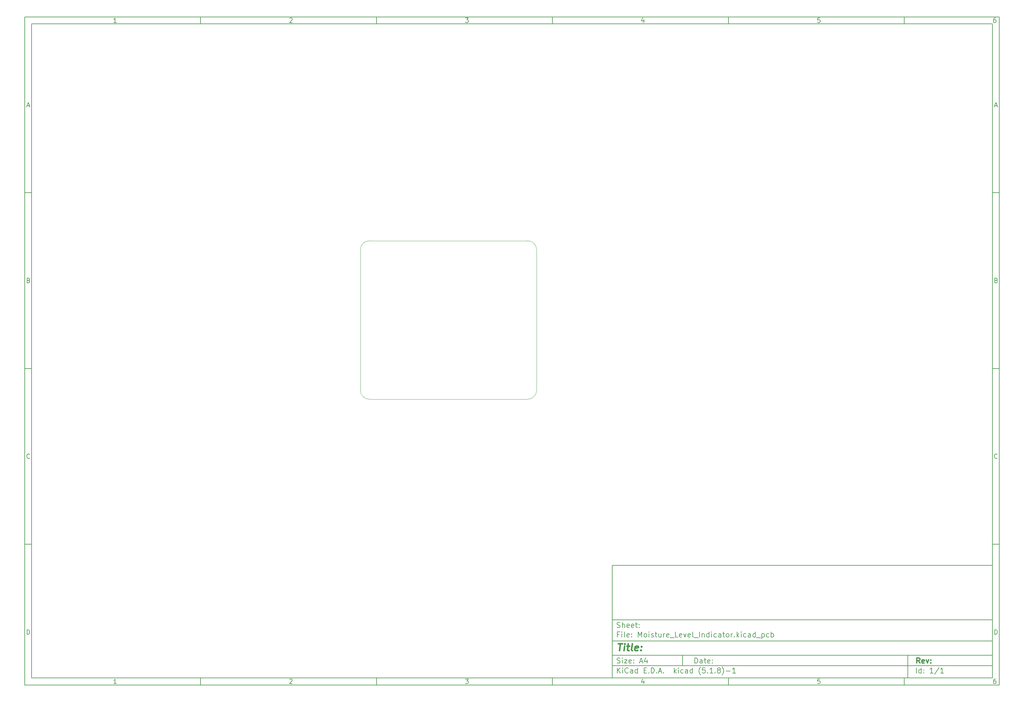
<source format=gm1>
%TF.GenerationSoftware,KiCad,Pcbnew,(5.1.8)-1*%
%TF.CreationDate,2021-07-18T22:50:52-07:00*%
%TF.ProjectId,Moisture_Level_Indicator,4d6f6973-7475-4726-955f-4c6576656c5f,rev?*%
%TF.SameCoordinates,Original*%
%TF.FileFunction,Profile,NP*%
%FSLAX46Y46*%
G04 Gerber Fmt 4.6, Leading zero omitted, Abs format (unit mm)*
G04 Created by KiCad (PCBNEW (5.1.8)-1) date 2021-07-18 22:50:52*
%MOMM*%
%LPD*%
G01*
G04 APERTURE LIST*
%ADD10C,0.100000*%
%ADD11C,0.150000*%
%ADD12C,0.300000*%
%ADD13C,0.400000*%
%TA.AperFunction,Profile*%
%ADD14C,0.050000*%
%TD*%
G04 APERTURE END LIST*
D10*
D11*
X177002200Y-166007200D02*
X177002200Y-198007200D01*
X285002200Y-198007200D01*
X285002200Y-166007200D01*
X177002200Y-166007200D01*
D10*
D11*
X10000000Y-10000000D02*
X10000000Y-200007200D01*
X287002200Y-200007200D01*
X287002200Y-10000000D01*
X10000000Y-10000000D01*
D10*
D11*
X12000000Y-12000000D02*
X12000000Y-198007200D01*
X285002200Y-198007200D01*
X285002200Y-12000000D01*
X12000000Y-12000000D01*
D10*
D11*
X60000000Y-12000000D02*
X60000000Y-10000000D01*
D10*
D11*
X110000000Y-12000000D02*
X110000000Y-10000000D01*
D10*
D11*
X160000000Y-12000000D02*
X160000000Y-10000000D01*
D10*
D11*
X210000000Y-12000000D02*
X210000000Y-10000000D01*
D10*
D11*
X260000000Y-12000000D02*
X260000000Y-10000000D01*
D10*
D11*
X36065476Y-11588095D02*
X35322619Y-11588095D01*
X35694047Y-11588095D02*
X35694047Y-10288095D01*
X35570238Y-10473809D01*
X35446428Y-10597619D01*
X35322619Y-10659523D01*
D10*
D11*
X85322619Y-10411904D02*
X85384523Y-10350000D01*
X85508333Y-10288095D01*
X85817857Y-10288095D01*
X85941666Y-10350000D01*
X86003571Y-10411904D01*
X86065476Y-10535714D01*
X86065476Y-10659523D01*
X86003571Y-10845238D01*
X85260714Y-11588095D01*
X86065476Y-11588095D01*
D10*
D11*
X135260714Y-10288095D02*
X136065476Y-10288095D01*
X135632142Y-10783333D01*
X135817857Y-10783333D01*
X135941666Y-10845238D01*
X136003571Y-10907142D01*
X136065476Y-11030952D01*
X136065476Y-11340476D01*
X136003571Y-11464285D01*
X135941666Y-11526190D01*
X135817857Y-11588095D01*
X135446428Y-11588095D01*
X135322619Y-11526190D01*
X135260714Y-11464285D01*
D10*
D11*
X185941666Y-10721428D02*
X185941666Y-11588095D01*
X185632142Y-10226190D02*
X185322619Y-11154761D01*
X186127380Y-11154761D01*
D10*
D11*
X236003571Y-10288095D02*
X235384523Y-10288095D01*
X235322619Y-10907142D01*
X235384523Y-10845238D01*
X235508333Y-10783333D01*
X235817857Y-10783333D01*
X235941666Y-10845238D01*
X236003571Y-10907142D01*
X236065476Y-11030952D01*
X236065476Y-11340476D01*
X236003571Y-11464285D01*
X235941666Y-11526190D01*
X235817857Y-11588095D01*
X235508333Y-11588095D01*
X235384523Y-11526190D01*
X235322619Y-11464285D01*
D10*
D11*
X285941666Y-10288095D02*
X285694047Y-10288095D01*
X285570238Y-10350000D01*
X285508333Y-10411904D01*
X285384523Y-10597619D01*
X285322619Y-10845238D01*
X285322619Y-11340476D01*
X285384523Y-11464285D01*
X285446428Y-11526190D01*
X285570238Y-11588095D01*
X285817857Y-11588095D01*
X285941666Y-11526190D01*
X286003571Y-11464285D01*
X286065476Y-11340476D01*
X286065476Y-11030952D01*
X286003571Y-10907142D01*
X285941666Y-10845238D01*
X285817857Y-10783333D01*
X285570238Y-10783333D01*
X285446428Y-10845238D01*
X285384523Y-10907142D01*
X285322619Y-11030952D01*
D10*
D11*
X60000000Y-198007200D02*
X60000000Y-200007200D01*
D10*
D11*
X110000000Y-198007200D02*
X110000000Y-200007200D01*
D10*
D11*
X160000000Y-198007200D02*
X160000000Y-200007200D01*
D10*
D11*
X210000000Y-198007200D02*
X210000000Y-200007200D01*
D10*
D11*
X260000000Y-198007200D02*
X260000000Y-200007200D01*
D10*
D11*
X36065476Y-199595295D02*
X35322619Y-199595295D01*
X35694047Y-199595295D02*
X35694047Y-198295295D01*
X35570238Y-198481009D01*
X35446428Y-198604819D01*
X35322619Y-198666723D01*
D10*
D11*
X85322619Y-198419104D02*
X85384523Y-198357200D01*
X85508333Y-198295295D01*
X85817857Y-198295295D01*
X85941666Y-198357200D01*
X86003571Y-198419104D01*
X86065476Y-198542914D01*
X86065476Y-198666723D01*
X86003571Y-198852438D01*
X85260714Y-199595295D01*
X86065476Y-199595295D01*
D10*
D11*
X135260714Y-198295295D02*
X136065476Y-198295295D01*
X135632142Y-198790533D01*
X135817857Y-198790533D01*
X135941666Y-198852438D01*
X136003571Y-198914342D01*
X136065476Y-199038152D01*
X136065476Y-199347676D01*
X136003571Y-199471485D01*
X135941666Y-199533390D01*
X135817857Y-199595295D01*
X135446428Y-199595295D01*
X135322619Y-199533390D01*
X135260714Y-199471485D01*
D10*
D11*
X185941666Y-198728628D02*
X185941666Y-199595295D01*
X185632142Y-198233390D02*
X185322619Y-199161961D01*
X186127380Y-199161961D01*
D10*
D11*
X236003571Y-198295295D02*
X235384523Y-198295295D01*
X235322619Y-198914342D01*
X235384523Y-198852438D01*
X235508333Y-198790533D01*
X235817857Y-198790533D01*
X235941666Y-198852438D01*
X236003571Y-198914342D01*
X236065476Y-199038152D01*
X236065476Y-199347676D01*
X236003571Y-199471485D01*
X235941666Y-199533390D01*
X235817857Y-199595295D01*
X235508333Y-199595295D01*
X235384523Y-199533390D01*
X235322619Y-199471485D01*
D10*
D11*
X285941666Y-198295295D02*
X285694047Y-198295295D01*
X285570238Y-198357200D01*
X285508333Y-198419104D01*
X285384523Y-198604819D01*
X285322619Y-198852438D01*
X285322619Y-199347676D01*
X285384523Y-199471485D01*
X285446428Y-199533390D01*
X285570238Y-199595295D01*
X285817857Y-199595295D01*
X285941666Y-199533390D01*
X286003571Y-199471485D01*
X286065476Y-199347676D01*
X286065476Y-199038152D01*
X286003571Y-198914342D01*
X285941666Y-198852438D01*
X285817857Y-198790533D01*
X285570238Y-198790533D01*
X285446428Y-198852438D01*
X285384523Y-198914342D01*
X285322619Y-199038152D01*
D10*
D11*
X10000000Y-60000000D02*
X12000000Y-60000000D01*
D10*
D11*
X10000000Y-110000000D02*
X12000000Y-110000000D01*
D10*
D11*
X10000000Y-160000000D02*
X12000000Y-160000000D01*
D10*
D11*
X10690476Y-35216666D02*
X11309523Y-35216666D01*
X10566666Y-35588095D02*
X11000000Y-34288095D01*
X11433333Y-35588095D01*
D10*
D11*
X11092857Y-84907142D02*
X11278571Y-84969047D01*
X11340476Y-85030952D01*
X11402380Y-85154761D01*
X11402380Y-85340476D01*
X11340476Y-85464285D01*
X11278571Y-85526190D01*
X11154761Y-85588095D01*
X10659523Y-85588095D01*
X10659523Y-84288095D01*
X11092857Y-84288095D01*
X11216666Y-84350000D01*
X11278571Y-84411904D01*
X11340476Y-84535714D01*
X11340476Y-84659523D01*
X11278571Y-84783333D01*
X11216666Y-84845238D01*
X11092857Y-84907142D01*
X10659523Y-84907142D01*
D10*
D11*
X11402380Y-135464285D02*
X11340476Y-135526190D01*
X11154761Y-135588095D01*
X11030952Y-135588095D01*
X10845238Y-135526190D01*
X10721428Y-135402380D01*
X10659523Y-135278571D01*
X10597619Y-135030952D01*
X10597619Y-134845238D01*
X10659523Y-134597619D01*
X10721428Y-134473809D01*
X10845238Y-134350000D01*
X11030952Y-134288095D01*
X11154761Y-134288095D01*
X11340476Y-134350000D01*
X11402380Y-134411904D01*
D10*
D11*
X10659523Y-185588095D02*
X10659523Y-184288095D01*
X10969047Y-184288095D01*
X11154761Y-184350000D01*
X11278571Y-184473809D01*
X11340476Y-184597619D01*
X11402380Y-184845238D01*
X11402380Y-185030952D01*
X11340476Y-185278571D01*
X11278571Y-185402380D01*
X11154761Y-185526190D01*
X10969047Y-185588095D01*
X10659523Y-185588095D01*
D10*
D11*
X287002200Y-60000000D02*
X285002200Y-60000000D01*
D10*
D11*
X287002200Y-110000000D02*
X285002200Y-110000000D01*
D10*
D11*
X287002200Y-160000000D02*
X285002200Y-160000000D01*
D10*
D11*
X285692676Y-35216666D02*
X286311723Y-35216666D01*
X285568866Y-35588095D02*
X286002200Y-34288095D01*
X286435533Y-35588095D01*
D10*
D11*
X286095057Y-84907142D02*
X286280771Y-84969047D01*
X286342676Y-85030952D01*
X286404580Y-85154761D01*
X286404580Y-85340476D01*
X286342676Y-85464285D01*
X286280771Y-85526190D01*
X286156961Y-85588095D01*
X285661723Y-85588095D01*
X285661723Y-84288095D01*
X286095057Y-84288095D01*
X286218866Y-84350000D01*
X286280771Y-84411904D01*
X286342676Y-84535714D01*
X286342676Y-84659523D01*
X286280771Y-84783333D01*
X286218866Y-84845238D01*
X286095057Y-84907142D01*
X285661723Y-84907142D01*
D10*
D11*
X286404580Y-135464285D02*
X286342676Y-135526190D01*
X286156961Y-135588095D01*
X286033152Y-135588095D01*
X285847438Y-135526190D01*
X285723628Y-135402380D01*
X285661723Y-135278571D01*
X285599819Y-135030952D01*
X285599819Y-134845238D01*
X285661723Y-134597619D01*
X285723628Y-134473809D01*
X285847438Y-134350000D01*
X286033152Y-134288095D01*
X286156961Y-134288095D01*
X286342676Y-134350000D01*
X286404580Y-134411904D01*
D10*
D11*
X285661723Y-185588095D02*
X285661723Y-184288095D01*
X285971247Y-184288095D01*
X286156961Y-184350000D01*
X286280771Y-184473809D01*
X286342676Y-184597619D01*
X286404580Y-184845238D01*
X286404580Y-185030952D01*
X286342676Y-185278571D01*
X286280771Y-185402380D01*
X286156961Y-185526190D01*
X285971247Y-185588095D01*
X285661723Y-185588095D01*
D10*
D11*
X200434342Y-193785771D02*
X200434342Y-192285771D01*
X200791485Y-192285771D01*
X201005771Y-192357200D01*
X201148628Y-192500057D01*
X201220057Y-192642914D01*
X201291485Y-192928628D01*
X201291485Y-193142914D01*
X201220057Y-193428628D01*
X201148628Y-193571485D01*
X201005771Y-193714342D01*
X200791485Y-193785771D01*
X200434342Y-193785771D01*
X202577200Y-193785771D02*
X202577200Y-193000057D01*
X202505771Y-192857200D01*
X202362914Y-192785771D01*
X202077200Y-192785771D01*
X201934342Y-192857200D01*
X202577200Y-193714342D02*
X202434342Y-193785771D01*
X202077200Y-193785771D01*
X201934342Y-193714342D01*
X201862914Y-193571485D01*
X201862914Y-193428628D01*
X201934342Y-193285771D01*
X202077200Y-193214342D01*
X202434342Y-193214342D01*
X202577200Y-193142914D01*
X203077200Y-192785771D02*
X203648628Y-192785771D01*
X203291485Y-192285771D02*
X203291485Y-193571485D01*
X203362914Y-193714342D01*
X203505771Y-193785771D01*
X203648628Y-193785771D01*
X204720057Y-193714342D02*
X204577200Y-193785771D01*
X204291485Y-193785771D01*
X204148628Y-193714342D01*
X204077200Y-193571485D01*
X204077200Y-193000057D01*
X204148628Y-192857200D01*
X204291485Y-192785771D01*
X204577200Y-192785771D01*
X204720057Y-192857200D01*
X204791485Y-193000057D01*
X204791485Y-193142914D01*
X204077200Y-193285771D01*
X205434342Y-193642914D02*
X205505771Y-193714342D01*
X205434342Y-193785771D01*
X205362914Y-193714342D01*
X205434342Y-193642914D01*
X205434342Y-193785771D01*
X205434342Y-192857200D02*
X205505771Y-192928628D01*
X205434342Y-193000057D01*
X205362914Y-192928628D01*
X205434342Y-192857200D01*
X205434342Y-193000057D01*
D10*
D11*
X177002200Y-194507200D02*
X285002200Y-194507200D01*
D10*
D11*
X178434342Y-196585771D02*
X178434342Y-195085771D01*
X179291485Y-196585771D02*
X178648628Y-195728628D01*
X179291485Y-195085771D02*
X178434342Y-195942914D01*
X179934342Y-196585771D02*
X179934342Y-195585771D01*
X179934342Y-195085771D02*
X179862914Y-195157200D01*
X179934342Y-195228628D01*
X180005771Y-195157200D01*
X179934342Y-195085771D01*
X179934342Y-195228628D01*
X181505771Y-196442914D02*
X181434342Y-196514342D01*
X181220057Y-196585771D01*
X181077200Y-196585771D01*
X180862914Y-196514342D01*
X180720057Y-196371485D01*
X180648628Y-196228628D01*
X180577200Y-195942914D01*
X180577200Y-195728628D01*
X180648628Y-195442914D01*
X180720057Y-195300057D01*
X180862914Y-195157200D01*
X181077200Y-195085771D01*
X181220057Y-195085771D01*
X181434342Y-195157200D01*
X181505771Y-195228628D01*
X182791485Y-196585771D02*
X182791485Y-195800057D01*
X182720057Y-195657200D01*
X182577200Y-195585771D01*
X182291485Y-195585771D01*
X182148628Y-195657200D01*
X182791485Y-196514342D02*
X182648628Y-196585771D01*
X182291485Y-196585771D01*
X182148628Y-196514342D01*
X182077200Y-196371485D01*
X182077200Y-196228628D01*
X182148628Y-196085771D01*
X182291485Y-196014342D01*
X182648628Y-196014342D01*
X182791485Y-195942914D01*
X184148628Y-196585771D02*
X184148628Y-195085771D01*
X184148628Y-196514342D02*
X184005771Y-196585771D01*
X183720057Y-196585771D01*
X183577200Y-196514342D01*
X183505771Y-196442914D01*
X183434342Y-196300057D01*
X183434342Y-195871485D01*
X183505771Y-195728628D01*
X183577200Y-195657200D01*
X183720057Y-195585771D01*
X184005771Y-195585771D01*
X184148628Y-195657200D01*
X186005771Y-195800057D02*
X186505771Y-195800057D01*
X186720057Y-196585771D02*
X186005771Y-196585771D01*
X186005771Y-195085771D01*
X186720057Y-195085771D01*
X187362914Y-196442914D02*
X187434342Y-196514342D01*
X187362914Y-196585771D01*
X187291485Y-196514342D01*
X187362914Y-196442914D01*
X187362914Y-196585771D01*
X188077200Y-196585771D02*
X188077200Y-195085771D01*
X188434342Y-195085771D01*
X188648628Y-195157200D01*
X188791485Y-195300057D01*
X188862914Y-195442914D01*
X188934342Y-195728628D01*
X188934342Y-195942914D01*
X188862914Y-196228628D01*
X188791485Y-196371485D01*
X188648628Y-196514342D01*
X188434342Y-196585771D01*
X188077200Y-196585771D01*
X189577200Y-196442914D02*
X189648628Y-196514342D01*
X189577200Y-196585771D01*
X189505771Y-196514342D01*
X189577200Y-196442914D01*
X189577200Y-196585771D01*
X190220057Y-196157200D02*
X190934342Y-196157200D01*
X190077200Y-196585771D02*
X190577200Y-195085771D01*
X191077200Y-196585771D01*
X191577200Y-196442914D02*
X191648628Y-196514342D01*
X191577200Y-196585771D01*
X191505771Y-196514342D01*
X191577200Y-196442914D01*
X191577200Y-196585771D01*
X194577200Y-196585771D02*
X194577200Y-195085771D01*
X194720057Y-196014342D02*
X195148628Y-196585771D01*
X195148628Y-195585771D02*
X194577200Y-196157200D01*
X195791485Y-196585771D02*
X195791485Y-195585771D01*
X195791485Y-195085771D02*
X195720057Y-195157200D01*
X195791485Y-195228628D01*
X195862914Y-195157200D01*
X195791485Y-195085771D01*
X195791485Y-195228628D01*
X197148628Y-196514342D02*
X197005771Y-196585771D01*
X196720057Y-196585771D01*
X196577200Y-196514342D01*
X196505771Y-196442914D01*
X196434342Y-196300057D01*
X196434342Y-195871485D01*
X196505771Y-195728628D01*
X196577200Y-195657200D01*
X196720057Y-195585771D01*
X197005771Y-195585771D01*
X197148628Y-195657200D01*
X198434342Y-196585771D02*
X198434342Y-195800057D01*
X198362914Y-195657200D01*
X198220057Y-195585771D01*
X197934342Y-195585771D01*
X197791485Y-195657200D01*
X198434342Y-196514342D02*
X198291485Y-196585771D01*
X197934342Y-196585771D01*
X197791485Y-196514342D01*
X197720057Y-196371485D01*
X197720057Y-196228628D01*
X197791485Y-196085771D01*
X197934342Y-196014342D01*
X198291485Y-196014342D01*
X198434342Y-195942914D01*
X199791485Y-196585771D02*
X199791485Y-195085771D01*
X199791485Y-196514342D02*
X199648628Y-196585771D01*
X199362914Y-196585771D01*
X199220057Y-196514342D01*
X199148628Y-196442914D01*
X199077200Y-196300057D01*
X199077200Y-195871485D01*
X199148628Y-195728628D01*
X199220057Y-195657200D01*
X199362914Y-195585771D01*
X199648628Y-195585771D01*
X199791485Y-195657200D01*
X202077200Y-197157200D02*
X202005771Y-197085771D01*
X201862914Y-196871485D01*
X201791485Y-196728628D01*
X201720057Y-196514342D01*
X201648628Y-196157200D01*
X201648628Y-195871485D01*
X201720057Y-195514342D01*
X201791485Y-195300057D01*
X201862914Y-195157200D01*
X202005771Y-194942914D01*
X202077200Y-194871485D01*
X203362914Y-195085771D02*
X202648628Y-195085771D01*
X202577200Y-195800057D01*
X202648628Y-195728628D01*
X202791485Y-195657200D01*
X203148628Y-195657200D01*
X203291485Y-195728628D01*
X203362914Y-195800057D01*
X203434342Y-195942914D01*
X203434342Y-196300057D01*
X203362914Y-196442914D01*
X203291485Y-196514342D01*
X203148628Y-196585771D01*
X202791485Y-196585771D01*
X202648628Y-196514342D01*
X202577200Y-196442914D01*
X204077200Y-196442914D02*
X204148628Y-196514342D01*
X204077200Y-196585771D01*
X204005771Y-196514342D01*
X204077200Y-196442914D01*
X204077200Y-196585771D01*
X205577200Y-196585771D02*
X204720057Y-196585771D01*
X205148628Y-196585771D02*
X205148628Y-195085771D01*
X205005771Y-195300057D01*
X204862914Y-195442914D01*
X204720057Y-195514342D01*
X206220057Y-196442914D02*
X206291485Y-196514342D01*
X206220057Y-196585771D01*
X206148628Y-196514342D01*
X206220057Y-196442914D01*
X206220057Y-196585771D01*
X207148628Y-195728628D02*
X207005771Y-195657200D01*
X206934342Y-195585771D01*
X206862914Y-195442914D01*
X206862914Y-195371485D01*
X206934342Y-195228628D01*
X207005771Y-195157200D01*
X207148628Y-195085771D01*
X207434342Y-195085771D01*
X207577200Y-195157200D01*
X207648628Y-195228628D01*
X207720057Y-195371485D01*
X207720057Y-195442914D01*
X207648628Y-195585771D01*
X207577200Y-195657200D01*
X207434342Y-195728628D01*
X207148628Y-195728628D01*
X207005771Y-195800057D01*
X206934342Y-195871485D01*
X206862914Y-196014342D01*
X206862914Y-196300057D01*
X206934342Y-196442914D01*
X207005771Y-196514342D01*
X207148628Y-196585771D01*
X207434342Y-196585771D01*
X207577200Y-196514342D01*
X207648628Y-196442914D01*
X207720057Y-196300057D01*
X207720057Y-196014342D01*
X207648628Y-195871485D01*
X207577200Y-195800057D01*
X207434342Y-195728628D01*
X208220057Y-197157200D02*
X208291485Y-197085771D01*
X208434342Y-196871485D01*
X208505771Y-196728628D01*
X208577200Y-196514342D01*
X208648628Y-196157200D01*
X208648628Y-195871485D01*
X208577200Y-195514342D01*
X208505771Y-195300057D01*
X208434342Y-195157200D01*
X208291485Y-194942914D01*
X208220057Y-194871485D01*
X209362914Y-196014342D02*
X210505771Y-196014342D01*
X212005771Y-196585771D02*
X211148628Y-196585771D01*
X211577200Y-196585771D02*
X211577200Y-195085771D01*
X211434342Y-195300057D01*
X211291485Y-195442914D01*
X211148628Y-195514342D01*
D10*
D11*
X177002200Y-191507200D02*
X285002200Y-191507200D01*
D10*
D12*
X264411485Y-193785771D02*
X263911485Y-193071485D01*
X263554342Y-193785771D02*
X263554342Y-192285771D01*
X264125771Y-192285771D01*
X264268628Y-192357200D01*
X264340057Y-192428628D01*
X264411485Y-192571485D01*
X264411485Y-192785771D01*
X264340057Y-192928628D01*
X264268628Y-193000057D01*
X264125771Y-193071485D01*
X263554342Y-193071485D01*
X265625771Y-193714342D02*
X265482914Y-193785771D01*
X265197200Y-193785771D01*
X265054342Y-193714342D01*
X264982914Y-193571485D01*
X264982914Y-193000057D01*
X265054342Y-192857200D01*
X265197200Y-192785771D01*
X265482914Y-192785771D01*
X265625771Y-192857200D01*
X265697200Y-193000057D01*
X265697200Y-193142914D01*
X264982914Y-193285771D01*
X266197200Y-192785771D02*
X266554342Y-193785771D01*
X266911485Y-192785771D01*
X267482914Y-193642914D02*
X267554342Y-193714342D01*
X267482914Y-193785771D01*
X267411485Y-193714342D01*
X267482914Y-193642914D01*
X267482914Y-193785771D01*
X267482914Y-192857200D02*
X267554342Y-192928628D01*
X267482914Y-193000057D01*
X267411485Y-192928628D01*
X267482914Y-192857200D01*
X267482914Y-193000057D01*
D10*
D11*
X178362914Y-193714342D02*
X178577200Y-193785771D01*
X178934342Y-193785771D01*
X179077200Y-193714342D01*
X179148628Y-193642914D01*
X179220057Y-193500057D01*
X179220057Y-193357200D01*
X179148628Y-193214342D01*
X179077200Y-193142914D01*
X178934342Y-193071485D01*
X178648628Y-193000057D01*
X178505771Y-192928628D01*
X178434342Y-192857200D01*
X178362914Y-192714342D01*
X178362914Y-192571485D01*
X178434342Y-192428628D01*
X178505771Y-192357200D01*
X178648628Y-192285771D01*
X179005771Y-192285771D01*
X179220057Y-192357200D01*
X179862914Y-193785771D02*
X179862914Y-192785771D01*
X179862914Y-192285771D02*
X179791485Y-192357200D01*
X179862914Y-192428628D01*
X179934342Y-192357200D01*
X179862914Y-192285771D01*
X179862914Y-192428628D01*
X180434342Y-192785771D02*
X181220057Y-192785771D01*
X180434342Y-193785771D01*
X181220057Y-193785771D01*
X182362914Y-193714342D02*
X182220057Y-193785771D01*
X181934342Y-193785771D01*
X181791485Y-193714342D01*
X181720057Y-193571485D01*
X181720057Y-193000057D01*
X181791485Y-192857200D01*
X181934342Y-192785771D01*
X182220057Y-192785771D01*
X182362914Y-192857200D01*
X182434342Y-193000057D01*
X182434342Y-193142914D01*
X181720057Y-193285771D01*
X183077200Y-193642914D02*
X183148628Y-193714342D01*
X183077200Y-193785771D01*
X183005771Y-193714342D01*
X183077200Y-193642914D01*
X183077200Y-193785771D01*
X183077200Y-192857200D02*
X183148628Y-192928628D01*
X183077200Y-193000057D01*
X183005771Y-192928628D01*
X183077200Y-192857200D01*
X183077200Y-193000057D01*
X184862914Y-193357200D02*
X185577200Y-193357200D01*
X184720057Y-193785771D02*
X185220057Y-192285771D01*
X185720057Y-193785771D01*
X186862914Y-192785771D02*
X186862914Y-193785771D01*
X186505771Y-192214342D02*
X186148628Y-193285771D01*
X187077200Y-193285771D01*
D10*
D11*
X263434342Y-196585771D02*
X263434342Y-195085771D01*
X264791485Y-196585771D02*
X264791485Y-195085771D01*
X264791485Y-196514342D02*
X264648628Y-196585771D01*
X264362914Y-196585771D01*
X264220057Y-196514342D01*
X264148628Y-196442914D01*
X264077200Y-196300057D01*
X264077200Y-195871485D01*
X264148628Y-195728628D01*
X264220057Y-195657200D01*
X264362914Y-195585771D01*
X264648628Y-195585771D01*
X264791485Y-195657200D01*
X265505771Y-196442914D02*
X265577200Y-196514342D01*
X265505771Y-196585771D01*
X265434342Y-196514342D01*
X265505771Y-196442914D01*
X265505771Y-196585771D01*
X265505771Y-195657200D02*
X265577200Y-195728628D01*
X265505771Y-195800057D01*
X265434342Y-195728628D01*
X265505771Y-195657200D01*
X265505771Y-195800057D01*
X268148628Y-196585771D02*
X267291485Y-196585771D01*
X267720057Y-196585771D02*
X267720057Y-195085771D01*
X267577200Y-195300057D01*
X267434342Y-195442914D01*
X267291485Y-195514342D01*
X269862914Y-195014342D02*
X268577200Y-196942914D01*
X271148628Y-196585771D02*
X270291485Y-196585771D01*
X270720057Y-196585771D02*
X270720057Y-195085771D01*
X270577200Y-195300057D01*
X270434342Y-195442914D01*
X270291485Y-195514342D01*
D10*
D11*
X177002200Y-187507200D02*
X285002200Y-187507200D01*
D10*
D13*
X178714580Y-188211961D02*
X179857438Y-188211961D01*
X179036009Y-190211961D02*
X179286009Y-188211961D01*
X180274104Y-190211961D02*
X180440771Y-188878628D01*
X180524104Y-188211961D02*
X180416961Y-188307200D01*
X180500295Y-188402438D01*
X180607438Y-188307200D01*
X180524104Y-188211961D01*
X180500295Y-188402438D01*
X181107438Y-188878628D02*
X181869342Y-188878628D01*
X181476485Y-188211961D02*
X181262200Y-189926247D01*
X181333628Y-190116723D01*
X181512200Y-190211961D01*
X181702676Y-190211961D01*
X182655057Y-190211961D02*
X182476485Y-190116723D01*
X182405057Y-189926247D01*
X182619342Y-188211961D01*
X184190771Y-190116723D02*
X183988390Y-190211961D01*
X183607438Y-190211961D01*
X183428866Y-190116723D01*
X183357438Y-189926247D01*
X183452676Y-189164342D01*
X183571723Y-188973866D01*
X183774104Y-188878628D01*
X184155057Y-188878628D01*
X184333628Y-188973866D01*
X184405057Y-189164342D01*
X184381247Y-189354819D01*
X183405057Y-189545295D01*
X185155057Y-190021485D02*
X185238390Y-190116723D01*
X185131247Y-190211961D01*
X185047914Y-190116723D01*
X185155057Y-190021485D01*
X185131247Y-190211961D01*
X185286009Y-188973866D02*
X185369342Y-189069104D01*
X185262200Y-189164342D01*
X185178866Y-189069104D01*
X185286009Y-188973866D01*
X185262200Y-189164342D01*
D10*
D11*
X178934342Y-185600057D02*
X178434342Y-185600057D01*
X178434342Y-186385771D02*
X178434342Y-184885771D01*
X179148628Y-184885771D01*
X179720057Y-186385771D02*
X179720057Y-185385771D01*
X179720057Y-184885771D02*
X179648628Y-184957200D01*
X179720057Y-185028628D01*
X179791485Y-184957200D01*
X179720057Y-184885771D01*
X179720057Y-185028628D01*
X180648628Y-186385771D02*
X180505771Y-186314342D01*
X180434342Y-186171485D01*
X180434342Y-184885771D01*
X181791485Y-186314342D02*
X181648628Y-186385771D01*
X181362914Y-186385771D01*
X181220057Y-186314342D01*
X181148628Y-186171485D01*
X181148628Y-185600057D01*
X181220057Y-185457200D01*
X181362914Y-185385771D01*
X181648628Y-185385771D01*
X181791485Y-185457200D01*
X181862914Y-185600057D01*
X181862914Y-185742914D01*
X181148628Y-185885771D01*
X182505771Y-186242914D02*
X182577200Y-186314342D01*
X182505771Y-186385771D01*
X182434342Y-186314342D01*
X182505771Y-186242914D01*
X182505771Y-186385771D01*
X182505771Y-185457200D02*
X182577200Y-185528628D01*
X182505771Y-185600057D01*
X182434342Y-185528628D01*
X182505771Y-185457200D01*
X182505771Y-185600057D01*
X184362914Y-186385771D02*
X184362914Y-184885771D01*
X184862914Y-185957200D01*
X185362914Y-184885771D01*
X185362914Y-186385771D01*
X186291485Y-186385771D02*
X186148628Y-186314342D01*
X186077200Y-186242914D01*
X186005771Y-186100057D01*
X186005771Y-185671485D01*
X186077200Y-185528628D01*
X186148628Y-185457200D01*
X186291485Y-185385771D01*
X186505771Y-185385771D01*
X186648628Y-185457200D01*
X186720057Y-185528628D01*
X186791485Y-185671485D01*
X186791485Y-186100057D01*
X186720057Y-186242914D01*
X186648628Y-186314342D01*
X186505771Y-186385771D01*
X186291485Y-186385771D01*
X187434342Y-186385771D02*
X187434342Y-185385771D01*
X187434342Y-184885771D02*
X187362914Y-184957200D01*
X187434342Y-185028628D01*
X187505771Y-184957200D01*
X187434342Y-184885771D01*
X187434342Y-185028628D01*
X188077200Y-186314342D02*
X188220057Y-186385771D01*
X188505771Y-186385771D01*
X188648628Y-186314342D01*
X188720057Y-186171485D01*
X188720057Y-186100057D01*
X188648628Y-185957200D01*
X188505771Y-185885771D01*
X188291485Y-185885771D01*
X188148628Y-185814342D01*
X188077200Y-185671485D01*
X188077200Y-185600057D01*
X188148628Y-185457200D01*
X188291485Y-185385771D01*
X188505771Y-185385771D01*
X188648628Y-185457200D01*
X189148628Y-185385771D02*
X189720057Y-185385771D01*
X189362914Y-184885771D02*
X189362914Y-186171485D01*
X189434342Y-186314342D01*
X189577200Y-186385771D01*
X189720057Y-186385771D01*
X190862914Y-185385771D02*
X190862914Y-186385771D01*
X190220057Y-185385771D02*
X190220057Y-186171485D01*
X190291485Y-186314342D01*
X190434342Y-186385771D01*
X190648628Y-186385771D01*
X190791485Y-186314342D01*
X190862914Y-186242914D01*
X191577200Y-186385771D02*
X191577200Y-185385771D01*
X191577200Y-185671485D02*
X191648628Y-185528628D01*
X191720057Y-185457200D01*
X191862914Y-185385771D01*
X192005771Y-185385771D01*
X193077200Y-186314342D02*
X192934342Y-186385771D01*
X192648628Y-186385771D01*
X192505771Y-186314342D01*
X192434342Y-186171485D01*
X192434342Y-185600057D01*
X192505771Y-185457200D01*
X192648628Y-185385771D01*
X192934342Y-185385771D01*
X193077200Y-185457200D01*
X193148628Y-185600057D01*
X193148628Y-185742914D01*
X192434342Y-185885771D01*
X193434342Y-186528628D02*
X194577200Y-186528628D01*
X195648628Y-186385771D02*
X194934342Y-186385771D01*
X194934342Y-184885771D01*
X196720057Y-186314342D02*
X196577200Y-186385771D01*
X196291485Y-186385771D01*
X196148628Y-186314342D01*
X196077200Y-186171485D01*
X196077200Y-185600057D01*
X196148628Y-185457200D01*
X196291485Y-185385771D01*
X196577200Y-185385771D01*
X196720057Y-185457200D01*
X196791485Y-185600057D01*
X196791485Y-185742914D01*
X196077200Y-185885771D01*
X197291485Y-185385771D02*
X197648628Y-186385771D01*
X198005771Y-185385771D01*
X199148628Y-186314342D02*
X199005771Y-186385771D01*
X198720057Y-186385771D01*
X198577200Y-186314342D01*
X198505771Y-186171485D01*
X198505771Y-185600057D01*
X198577200Y-185457200D01*
X198720057Y-185385771D01*
X199005771Y-185385771D01*
X199148628Y-185457200D01*
X199220057Y-185600057D01*
X199220057Y-185742914D01*
X198505771Y-185885771D01*
X200077200Y-186385771D02*
X199934342Y-186314342D01*
X199862914Y-186171485D01*
X199862914Y-184885771D01*
X200291485Y-186528628D02*
X201434342Y-186528628D01*
X201791485Y-186385771D02*
X201791485Y-184885771D01*
X202505771Y-185385771D02*
X202505771Y-186385771D01*
X202505771Y-185528628D02*
X202577200Y-185457200D01*
X202720057Y-185385771D01*
X202934342Y-185385771D01*
X203077200Y-185457200D01*
X203148628Y-185600057D01*
X203148628Y-186385771D01*
X204505771Y-186385771D02*
X204505771Y-184885771D01*
X204505771Y-186314342D02*
X204362914Y-186385771D01*
X204077200Y-186385771D01*
X203934342Y-186314342D01*
X203862914Y-186242914D01*
X203791485Y-186100057D01*
X203791485Y-185671485D01*
X203862914Y-185528628D01*
X203934342Y-185457200D01*
X204077200Y-185385771D01*
X204362914Y-185385771D01*
X204505771Y-185457200D01*
X205220057Y-186385771D02*
X205220057Y-185385771D01*
X205220057Y-184885771D02*
X205148628Y-184957200D01*
X205220057Y-185028628D01*
X205291485Y-184957200D01*
X205220057Y-184885771D01*
X205220057Y-185028628D01*
X206577200Y-186314342D02*
X206434342Y-186385771D01*
X206148628Y-186385771D01*
X206005771Y-186314342D01*
X205934342Y-186242914D01*
X205862914Y-186100057D01*
X205862914Y-185671485D01*
X205934342Y-185528628D01*
X206005771Y-185457200D01*
X206148628Y-185385771D01*
X206434342Y-185385771D01*
X206577200Y-185457200D01*
X207862914Y-186385771D02*
X207862914Y-185600057D01*
X207791485Y-185457200D01*
X207648628Y-185385771D01*
X207362914Y-185385771D01*
X207220057Y-185457200D01*
X207862914Y-186314342D02*
X207720057Y-186385771D01*
X207362914Y-186385771D01*
X207220057Y-186314342D01*
X207148628Y-186171485D01*
X207148628Y-186028628D01*
X207220057Y-185885771D01*
X207362914Y-185814342D01*
X207720057Y-185814342D01*
X207862914Y-185742914D01*
X208362914Y-185385771D02*
X208934342Y-185385771D01*
X208577200Y-184885771D02*
X208577200Y-186171485D01*
X208648628Y-186314342D01*
X208791485Y-186385771D01*
X208934342Y-186385771D01*
X209648628Y-186385771D02*
X209505771Y-186314342D01*
X209434342Y-186242914D01*
X209362914Y-186100057D01*
X209362914Y-185671485D01*
X209434342Y-185528628D01*
X209505771Y-185457200D01*
X209648628Y-185385771D01*
X209862914Y-185385771D01*
X210005771Y-185457200D01*
X210077200Y-185528628D01*
X210148628Y-185671485D01*
X210148628Y-186100057D01*
X210077200Y-186242914D01*
X210005771Y-186314342D01*
X209862914Y-186385771D01*
X209648628Y-186385771D01*
X210791485Y-186385771D02*
X210791485Y-185385771D01*
X210791485Y-185671485D02*
X210862914Y-185528628D01*
X210934342Y-185457200D01*
X211077200Y-185385771D01*
X211220057Y-185385771D01*
X211720057Y-186242914D02*
X211791485Y-186314342D01*
X211720057Y-186385771D01*
X211648628Y-186314342D01*
X211720057Y-186242914D01*
X211720057Y-186385771D01*
X212434342Y-186385771D02*
X212434342Y-184885771D01*
X212577200Y-185814342D02*
X213005771Y-186385771D01*
X213005771Y-185385771D02*
X212434342Y-185957200D01*
X213648628Y-186385771D02*
X213648628Y-185385771D01*
X213648628Y-184885771D02*
X213577200Y-184957200D01*
X213648628Y-185028628D01*
X213720057Y-184957200D01*
X213648628Y-184885771D01*
X213648628Y-185028628D01*
X215005771Y-186314342D02*
X214862914Y-186385771D01*
X214577200Y-186385771D01*
X214434342Y-186314342D01*
X214362914Y-186242914D01*
X214291485Y-186100057D01*
X214291485Y-185671485D01*
X214362914Y-185528628D01*
X214434342Y-185457200D01*
X214577200Y-185385771D01*
X214862914Y-185385771D01*
X215005771Y-185457200D01*
X216291485Y-186385771D02*
X216291485Y-185600057D01*
X216220057Y-185457200D01*
X216077200Y-185385771D01*
X215791485Y-185385771D01*
X215648628Y-185457200D01*
X216291485Y-186314342D02*
X216148628Y-186385771D01*
X215791485Y-186385771D01*
X215648628Y-186314342D01*
X215577200Y-186171485D01*
X215577200Y-186028628D01*
X215648628Y-185885771D01*
X215791485Y-185814342D01*
X216148628Y-185814342D01*
X216291485Y-185742914D01*
X217648628Y-186385771D02*
X217648628Y-184885771D01*
X217648628Y-186314342D02*
X217505771Y-186385771D01*
X217220057Y-186385771D01*
X217077200Y-186314342D01*
X217005771Y-186242914D01*
X216934342Y-186100057D01*
X216934342Y-185671485D01*
X217005771Y-185528628D01*
X217077200Y-185457200D01*
X217220057Y-185385771D01*
X217505771Y-185385771D01*
X217648628Y-185457200D01*
X218005771Y-186528628D02*
X219148628Y-186528628D01*
X219505771Y-185385771D02*
X219505771Y-186885771D01*
X219505771Y-185457200D02*
X219648628Y-185385771D01*
X219934342Y-185385771D01*
X220077200Y-185457200D01*
X220148628Y-185528628D01*
X220220057Y-185671485D01*
X220220057Y-186100057D01*
X220148628Y-186242914D01*
X220077200Y-186314342D01*
X219934342Y-186385771D01*
X219648628Y-186385771D01*
X219505771Y-186314342D01*
X221505771Y-186314342D02*
X221362914Y-186385771D01*
X221077200Y-186385771D01*
X220934342Y-186314342D01*
X220862914Y-186242914D01*
X220791485Y-186100057D01*
X220791485Y-185671485D01*
X220862914Y-185528628D01*
X220934342Y-185457200D01*
X221077200Y-185385771D01*
X221362914Y-185385771D01*
X221505771Y-185457200D01*
X222148628Y-186385771D02*
X222148628Y-184885771D01*
X222148628Y-185457200D02*
X222291485Y-185385771D01*
X222577200Y-185385771D01*
X222720057Y-185457200D01*
X222791485Y-185528628D01*
X222862914Y-185671485D01*
X222862914Y-186100057D01*
X222791485Y-186242914D01*
X222720057Y-186314342D01*
X222577200Y-186385771D01*
X222291485Y-186385771D01*
X222148628Y-186314342D01*
D10*
D11*
X177002200Y-181507200D02*
X285002200Y-181507200D01*
D10*
D11*
X178362914Y-183614342D02*
X178577200Y-183685771D01*
X178934342Y-183685771D01*
X179077200Y-183614342D01*
X179148628Y-183542914D01*
X179220057Y-183400057D01*
X179220057Y-183257200D01*
X179148628Y-183114342D01*
X179077200Y-183042914D01*
X178934342Y-182971485D01*
X178648628Y-182900057D01*
X178505771Y-182828628D01*
X178434342Y-182757200D01*
X178362914Y-182614342D01*
X178362914Y-182471485D01*
X178434342Y-182328628D01*
X178505771Y-182257200D01*
X178648628Y-182185771D01*
X179005771Y-182185771D01*
X179220057Y-182257200D01*
X179862914Y-183685771D02*
X179862914Y-182185771D01*
X180505771Y-183685771D02*
X180505771Y-182900057D01*
X180434342Y-182757200D01*
X180291485Y-182685771D01*
X180077200Y-182685771D01*
X179934342Y-182757200D01*
X179862914Y-182828628D01*
X181791485Y-183614342D02*
X181648628Y-183685771D01*
X181362914Y-183685771D01*
X181220057Y-183614342D01*
X181148628Y-183471485D01*
X181148628Y-182900057D01*
X181220057Y-182757200D01*
X181362914Y-182685771D01*
X181648628Y-182685771D01*
X181791485Y-182757200D01*
X181862914Y-182900057D01*
X181862914Y-183042914D01*
X181148628Y-183185771D01*
X183077200Y-183614342D02*
X182934342Y-183685771D01*
X182648628Y-183685771D01*
X182505771Y-183614342D01*
X182434342Y-183471485D01*
X182434342Y-182900057D01*
X182505771Y-182757200D01*
X182648628Y-182685771D01*
X182934342Y-182685771D01*
X183077200Y-182757200D01*
X183148628Y-182900057D01*
X183148628Y-183042914D01*
X182434342Y-183185771D01*
X183577200Y-182685771D02*
X184148628Y-182685771D01*
X183791485Y-182185771D02*
X183791485Y-183471485D01*
X183862914Y-183614342D01*
X184005771Y-183685771D01*
X184148628Y-183685771D01*
X184648628Y-183542914D02*
X184720057Y-183614342D01*
X184648628Y-183685771D01*
X184577200Y-183614342D01*
X184648628Y-183542914D01*
X184648628Y-183685771D01*
X184648628Y-182757200D02*
X184720057Y-182828628D01*
X184648628Y-182900057D01*
X184577200Y-182828628D01*
X184648628Y-182757200D01*
X184648628Y-182900057D01*
D10*
D11*
X197002200Y-191507200D02*
X197002200Y-194507200D01*
D10*
D11*
X261002200Y-191507200D02*
X261002200Y-198007200D01*
D14*
X155490000Y-116200000D02*
X155490000Y-76200000D01*
X152950000Y-118740000D02*
X107950000Y-118740000D01*
X105410000Y-76200000D02*
X105410000Y-116200000D01*
X152950000Y-73660000D02*
X107950000Y-73660000D01*
X152950000Y-73660000D02*
G75*
G02*
X155490000Y-76200000I0J-2540000D01*
G01*
X155490000Y-116200000D02*
G75*
G02*
X152950000Y-118740000I-2540000J0D01*
G01*
X107950000Y-118740000D02*
G75*
G02*
X105410000Y-116200000I0J2540000D01*
G01*
X105410000Y-76200000D02*
G75*
G02*
X107950000Y-73660000I2540000J0D01*
G01*
M02*

</source>
